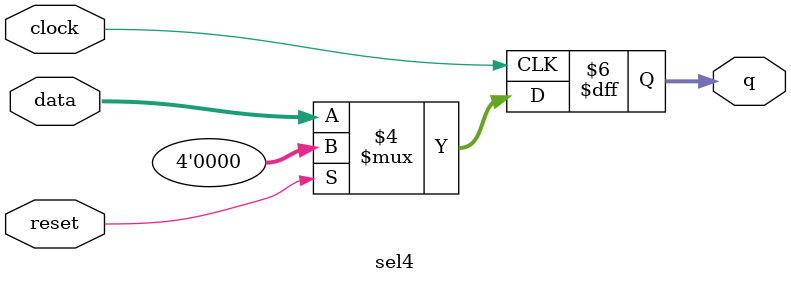
<source format=v>
module sel4(
  input   wire        clock,
  input   wire        reset,
  input   wire  [3:0] data,
  output  reg   [3:0] q
  );

  always @ (posedge clock) begin
    // clockの立上りでalways文が起動
    if (reset == 1'b1) begin 
      q <= 4'b0000; // resetがアクティブならリセット
    end else begin
      q <= data;
    end
  end

endmodule
</source>
